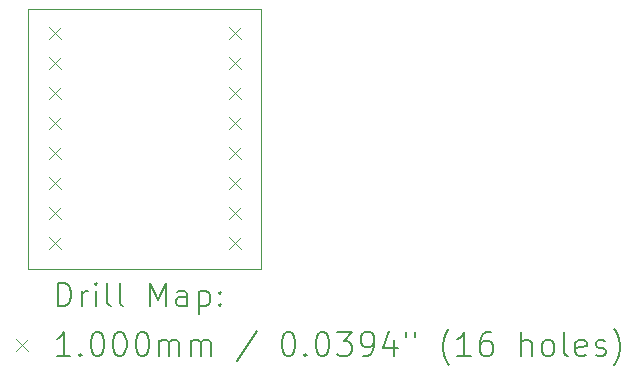
<source format=gbr>
%TF.GenerationSoftware,KiCad,Pcbnew,6.0.8+dfsg-1~bpo11+1*%
%TF.CreationDate,2023-08-01T09:03:51-04:00*%
%TF.ProjectId,fpc_1x16_conn_breakout,6670635f-3178-4313-965f-636f6e6e5f62,rev?*%
%TF.SameCoordinates,Original*%
%TF.FileFunction,Drillmap*%
%TF.FilePolarity,Positive*%
%FSLAX45Y45*%
G04 Gerber Fmt 4.5, Leading zero omitted, Abs format (unit mm)*
G04 Created by KiCad (PCBNEW 6.0.8+dfsg-1~bpo11+1) date 2023-08-01 09:03:51*
%MOMM*%
%LPD*%
G01*
G04 APERTURE LIST*
%ADD10C,0.100000*%
%ADD11C,0.200000*%
G04 APERTURE END LIST*
D10*
X16282500Y-9870000D02*
X18252500Y-9870000D01*
X18252500Y-9870000D02*
X18252500Y-7667500D01*
X18252500Y-7667500D02*
X16282500Y-7667500D01*
X16282500Y-7667500D02*
X16282500Y-9870000D01*
D11*
D10*
X16460000Y-7824000D02*
X16560000Y-7924000D01*
X16560000Y-7824000D02*
X16460000Y-7924000D01*
X16460000Y-8078000D02*
X16560000Y-8178000D01*
X16560000Y-8078000D02*
X16460000Y-8178000D01*
X16460000Y-8332000D02*
X16560000Y-8432000D01*
X16560000Y-8332000D02*
X16460000Y-8432000D01*
X16460000Y-8586000D02*
X16560000Y-8686000D01*
X16560000Y-8586000D02*
X16460000Y-8686000D01*
X16460000Y-8840000D02*
X16560000Y-8940000D01*
X16560000Y-8840000D02*
X16460000Y-8940000D01*
X16460000Y-9094000D02*
X16560000Y-9194000D01*
X16560000Y-9094000D02*
X16460000Y-9194000D01*
X16460000Y-9348000D02*
X16560000Y-9448000D01*
X16560000Y-9348000D02*
X16460000Y-9448000D01*
X16460000Y-9602000D02*
X16560000Y-9702000D01*
X16560000Y-9602000D02*
X16460000Y-9702000D01*
X17984000Y-7824000D02*
X18084000Y-7924000D01*
X18084000Y-7824000D02*
X17984000Y-7924000D01*
X17984000Y-8078000D02*
X18084000Y-8178000D01*
X18084000Y-8078000D02*
X17984000Y-8178000D01*
X17984000Y-8332000D02*
X18084000Y-8432000D01*
X18084000Y-8332000D02*
X17984000Y-8432000D01*
X17984000Y-8586000D02*
X18084000Y-8686000D01*
X18084000Y-8586000D02*
X17984000Y-8686000D01*
X17984000Y-8840000D02*
X18084000Y-8940000D01*
X18084000Y-8840000D02*
X17984000Y-8940000D01*
X17984000Y-9094000D02*
X18084000Y-9194000D01*
X18084000Y-9094000D02*
X17984000Y-9194000D01*
X17984000Y-9348000D02*
X18084000Y-9448000D01*
X18084000Y-9348000D02*
X17984000Y-9448000D01*
X17984000Y-9602000D02*
X18084000Y-9702000D01*
X18084000Y-9602000D02*
X17984000Y-9702000D01*
D11*
X16535119Y-10185476D02*
X16535119Y-9985476D01*
X16582738Y-9985476D01*
X16611309Y-9995000D01*
X16630357Y-10014048D01*
X16639881Y-10033095D01*
X16649405Y-10071190D01*
X16649405Y-10099762D01*
X16639881Y-10137857D01*
X16630357Y-10156905D01*
X16611309Y-10175952D01*
X16582738Y-10185476D01*
X16535119Y-10185476D01*
X16735119Y-10185476D02*
X16735119Y-10052143D01*
X16735119Y-10090238D02*
X16744643Y-10071190D01*
X16754167Y-10061667D01*
X16773214Y-10052143D01*
X16792262Y-10052143D01*
X16858929Y-10185476D02*
X16858929Y-10052143D01*
X16858929Y-9985476D02*
X16849405Y-9995000D01*
X16858929Y-10004524D01*
X16868452Y-9995000D01*
X16858929Y-9985476D01*
X16858929Y-10004524D01*
X16982738Y-10185476D02*
X16963690Y-10175952D01*
X16954167Y-10156905D01*
X16954167Y-9985476D01*
X17087500Y-10185476D02*
X17068452Y-10175952D01*
X17058929Y-10156905D01*
X17058929Y-9985476D01*
X17316071Y-10185476D02*
X17316071Y-9985476D01*
X17382738Y-10128333D01*
X17449405Y-9985476D01*
X17449405Y-10185476D01*
X17630357Y-10185476D02*
X17630357Y-10080714D01*
X17620833Y-10061667D01*
X17601786Y-10052143D01*
X17563690Y-10052143D01*
X17544643Y-10061667D01*
X17630357Y-10175952D02*
X17611310Y-10185476D01*
X17563690Y-10185476D01*
X17544643Y-10175952D01*
X17535119Y-10156905D01*
X17535119Y-10137857D01*
X17544643Y-10118810D01*
X17563690Y-10109286D01*
X17611310Y-10109286D01*
X17630357Y-10099762D01*
X17725595Y-10052143D02*
X17725595Y-10252143D01*
X17725595Y-10061667D02*
X17744643Y-10052143D01*
X17782738Y-10052143D01*
X17801786Y-10061667D01*
X17811310Y-10071190D01*
X17820833Y-10090238D01*
X17820833Y-10147381D01*
X17811310Y-10166429D01*
X17801786Y-10175952D01*
X17782738Y-10185476D01*
X17744643Y-10185476D01*
X17725595Y-10175952D01*
X17906548Y-10166429D02*
X17916071Y-10175952D01*
X17906548Y-10185476D01*
X17897024Y-10175952D01*
X17906548Y-10166429D01*
X17906548Y-10185476D01*
X17906548Y-10061667D02*
X17916071Y-10071190D01*
X17906548Y-10080714D01*
X17897024Y-10071190D01*
X17906548Y-10061667D01*
X17906548Y-10080714D01*
D10*
X16177500Y-10465000D02*
X16277500Y-10565000D01*
X16277500Y-10465000D02*
X16177500Y-10565000D01*
D11*
X16639881Y-10605476D02*
X16525595Y-10605476D01*
X16582738Y-10605476D02*
X16582738Y-10405476D01*
X16563690Y-10434048D01*
X16544643Y-10453095D01*
X16525595Y-10462619D01*
X16725595Y-10586429D02*
X16735119Y-10595952D01*
X16725595Y-10605476D01*
X16716071Y-10595952D01*
X16725595Y-10586429D01*
X16725595Y-10605476D01*
X16858929Y-10405476D02*
X16877976Y-10405476D01*
X16897024Y-10415000D01*
X16906548Y-10424524D01*
X16916071Y-10443571D01*
X16925595Y-10481667D01*
X16925595Y-10529286D01*
X16916071Y-10567381D01*
X16906548Y-10586429D01*
X16897024Y-10595952D01*
X16877976Y-10605476D01*
X16858929Y-10605476D01*
X16839881Y-10595952D01*
X16830357Y-10586429D01*
X16820833Y-10567381D01*
X16811310Y-10529286D01*
X16811310Y-10481667D01*
X16820833Y-10443571D01*
X16830357Y-10424524D01*
X16839881Y-10415000D01*
X16858929Y-10405476D01*
X17049405Y-10405476D02*
X17068452Y-10405476D01*
X17087500Y-10415000D01*
X17097024Y-10424524D01*
X17106548Y-10443571D01*
X17116071Y-10481667D01*
X17116071Y-10529286D01*
X17106548Y-10567381D01*
X17097024Y-10586429D01*
X17087500Y-10595952D01*
X17068452Y-10605476D01*
X17049405Y-10605476D01*
X17030357Y-10595952D01*
X17020833Y-10586429D01*
X17011310Y-10567381D01*
X17001786Y-10529286D01*
X17001786Y-10481667D01*
X17011310Y-10443571D01*
X17020833Y-10424524D01*
X17030357Y-10415000D01*
X17049405Y-10405476D01*
X17239881Y-10405476D02*
X17258929Y-10405476D01*
X17277976Y-10415000D01*
X17287500Y-10424524D01*
X17297024Y-10443571D01*
X17306548Y-10481667D01*
X17306548Y-10529286D01*
X17297024Y-10567381D01*
X17287500Y-10586429D01*
X17277976Y-10595952D01*
X17258929Y-10605476D01*
X17239881Y-10605476D01*
X17220833Y-10595952D01*
X17211310Y-10586429D01*
X17201786Y-10567381D01*
X17192262Y-10529286D01*
X17192262Y-10481667D01*
X17201786Y-10443571D01*
X17211310Y-10424524D01*
X17220833Y-10415000D01*
X17239881Y-10405476D01*
X17392262Y-10605476D02*
X17392262Y-10472143D01*
X17392262Y-10491190D02*
X17401786Y-10481667D01*
X17420833Y-10472143D01*
X17449405Y-10472143D01*
X17468452Y-10481667D01*
X17477976Y-10500714D01*
X17477976Y-10605476D01*
X17477976Y-10500714D02*
X17487500Y-10481667D01*
X17506548Y-10472143D01*
X17535119Y-10472143D01*
X17554167Y-10481667D01*
X17563690Y-10500714D01*
X17563690Y-10605476D01*
X17658929Y-10605476D02*
X17658929Y-10472143D01*
X17658929Y-10491190D02*
X17668452Y-10481667D01*
X17687500Y-10472143D01*
X17716071Y-10472143D01*
X17735119Y-10481667D01*
X17744643Y-10500714D01*
X17744643Y-10605476D01*
X17744643Y-10500714D02*
X17754167Y-10481667D01*
X17773214Y-10472143D01*
X17801786Y-10472143D01*
X17820833Y-10481667D01*
X17830357Y-10500714D01*
X17830357Y-10605476D01*
X18220833Y-10395952D02*
X18049405Y-10653095D01*
X18477976Y-10405476D02*
X18497024Y-10405476D01*
X18516071Y-10415000D01*
X18525595Y-10424524D01*
X18535119Y-10443571D01*
X18544643Y-10481667D01*
X18544643Y-10529286D01*
X18535119Y-10567381D01*
X18525595Y-10586429D01*
X18516071Y-10595952D01*
X18497024Y-10605476D01*
X18477976Y-10605476D01*
X18458929Y-10595952D01*
X18449405Y-10586429D01*
X18439881Y-10567381D01*
X18430357Y-10529286D01*
X18430357Y-10481667D01*
X18439881Y-10443571D01*
X18449405Y-10424524D01*
X18458929Y-10415000D01*
X18477976Y-10405476D01*
X18630357Y-10586429D02*
X18639881Y-10595952D01*
X18630357Y-10605476D01*
X18620833Y-10595952D01*
X18630357Y-10586429D01*
X18630357Y-10605476D01*
X18763690Y-10405476D02*
X18782738Y-10405476D01*
X18801786Y-10415000D01*
X18811310Y-10424524D01*
X18820833Y-10443571D01*
X18830357Y-10481667D01*
X18830357Y-10529286D01*
X18820833Y-10567381D01*
X18811310Y-10586429D01*
X18801786Y-10595952D01*
X18782738Y-10605476D01*
X18763690Y-10605476D01*
X18744643Y-10595952D01*
X18735119Y-10586429D01*
X18725595Y-10567381D01*
X18716071Y-10529286D01*
X18716071Y-10481667D01*
X18725595Y-10443571D01*
X18735119Y-10424524D01*
X18744643Y-10415000D01*
X18763690Y-10405476D01*
X18897024Y-10405476D02*
X19020833Y-10405476D01*
X18954167Y-10481667D01*
X18982738Y-10481667D01*
X19001786Y-10491190D01*
X19011310Y-10500714D01*
X19020833Y-10519762D01*
X19020833Y-10567381D01*
X19011310Y-10586429D01*
X19001786Y-10595952D01*
X18982738Y-10605476D01*
X18925595Y-10605476D01*
X18906548Y-10595952D01*
X18897024Y-10586429D01*
X19116071Y-10605476D02*
X19154167Y-10605476D01*
X19173214Y-10595952D01*
X19182738Y-10586429D01*
X19201786Y-10557857D01*
X19211310Y-10519762D01*
X19211310Y-10443571D01*
X19201786Y-10424524D01*
X19192262Y-10415000D01*
X19173214Y-10405476D01*
X19135119Y-10405476D01*
X19116071Y-10415000D01*
X19106548Y-10424524D01*
X19097024Y-10443571D01*
X19097024Y-10491190D01*
X19106548Y-10510238D01*
X19116071Y-10519762D01*
X19135119Y-10529286D01*
X19173214Y-10529286D01*
X19192262Y-10519762D01*
X19201786Y-10510238D01*
X19211310Y-10491190D01*
X19382738Y-10472143D02*
X19382738Y-10605476D01*
X19335119Y-10395952D02*
X19287500Y-10538810D01*
X19411310Y-10538810D01*
X19477976Y-10405476D02*
X19477976Y-10443571D01*
X19554167Y-10405476D02*
X19554167Y-10443571D01*
X19849405Y-10681667D02*
X19839881Y-10672143D01*
X19820833Y-10643571D01*
X19811310Y-10624524D01*
X19801786Y-10595952D01*
X19792262Y-10548333D01*
X19792262Y-10510238D01*
X19801786Y-10462619D01*
X19811310Y-10434048D01*
X19820833Y-10415000D01*
X19839881Y-10386429D01*
X19849405Y-10376905D01*
X20030357Y-10605476D02*
X19916071Y-10605476D01*
X19973214Y-10605476D02*
X19973214Y-10405476D01*
X19954167Y-10434048D01*
X19935119Y-10453095D01*
X19916071Y-10462619D01*
X20201786Y-10405476D02*
X20163690Y-10405476D01*
X20144643Y-10415000D01*
X20135119Y-10424524D01*
X20116071Y-10453095D01*
X20106548Y-10491190D01*
X20106548Y-10567381D01*
X20116071Y-10586429D01*
X20125595Y-10595952D01*
X20144643Y-10605476D01*
X20182738Y-10605476D01*
X20201786Y-10595952D01*
X20211310Y-10586429D01*
X20220833Y-10567381D01*
X20220833Y-10519762D01*
X20211310Y-10500714D01*
X20201786Y-10491190D01*
X20182738Y-10481667D01*
X20144643Y-10481667D01*
X20125595Y-10491190D01*
X20116071Y-10500714D01*
X20106548Y-10519762D01*
X20458929Y-10605476D02*
X20458929Y-10405476D01*
X20544643Y-10605476D02*
X20544643Y-10500714D01*
X20535119Y-10481667D01*
X20516071Y-10472143D01*
X20487500Y-10472143D01*
X20468452Y-10481667D01*
X20458929Y-10491190D01*
X20668452Y-10605476D02*
X20649405Y-10595952D01*
X20639881Y-10586429D01*
X20630357Y-10567381D01*
X20630357Y-10510238D01*
X20639881Y-10491190D01*
X20649405Y-10481667D01*
X20668452Y-10472143D01*
X20697024Y-10472143D01*
X20716071Y-10481667D01*
X20725595Y-10491190D01*
X20735119Y-10510238D01*
X20735119Y-10567381D01*
X20725595Y-10586429D01*
X20716071Y-10595952D01*
X20697024Y-10605476D01*
X20668452Y-10605476D01*
X20849405Y-10605476D02*
X20830357Y-10595952D01*
X20820833Y-10576905D01*
X20820833Y-10405476D01*
X21001786Y-10595952D02*
X20982738Y-10605476D01*
X20944643Y-10605476D01*
X20925595Y-10595952D01*
X20916071Y-10576905D01*
X20916071Y-10500714D01*
X20925595Y-10481667D01*
X20944643Y-10472143D01*
X20982738Y-10472143D01*
X21001786Y-10481667D01*
X21011310Y-10500714D01*
X21011310Y-10519762D01*
X20916071Y-10538810D01*
X21087500Y-10595952D02*
X21106548Y-10605476D01*
X21144643Y-10605476D01*
X21163690Y-10595952D01*
X21173214Y-10576905D01*
X21173214Y-10567381D01*
X21163690Y-10548333D01*
X21144643Y-10538810D01*
X21116071Y-10538810D01*
X21097024Y-10529286D01*
X21087500Y-10510238D01*
X21087500Y-10500714D01*
X21097024Y-10481667D01*
X21116071Y-10472143D01*
X21144643Y-10472143D01*
X21163690Y-10481667D01*
X21239881Y-10681667D02*
X21249405Y-10672143D01*
X21268452Y-10643571D01*
X21277976Y-10624524D01*
X21287500Y-10595952D01*
X21297024Y-10548333D01*
X21297024Y-10510238D01*
X21287500Y-10462619D01*
X21277976Y-10434048D01*
X21268452Y-10415000D01*
X21249405Y-10386429D01*
X21239881Y-10376905D01*
M02*

</source>
